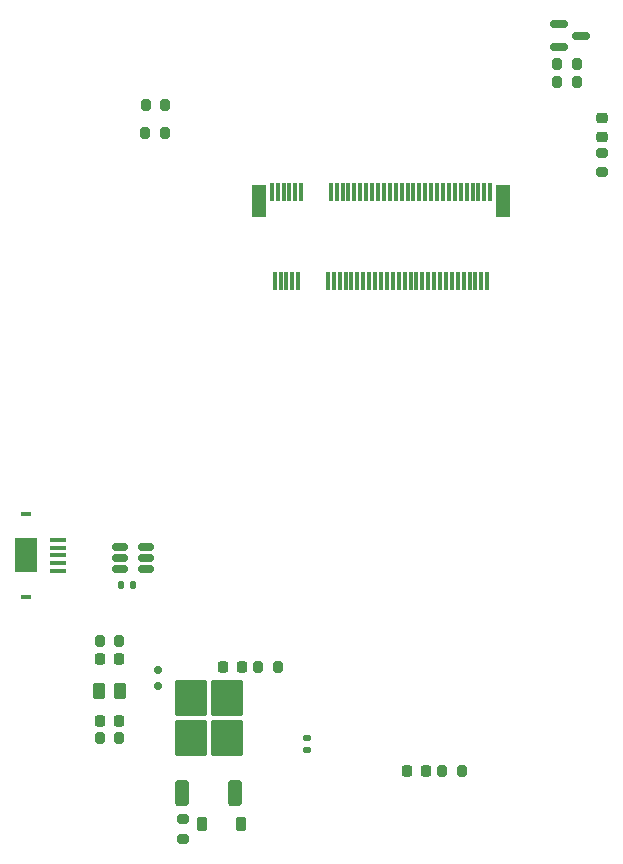
<source format=gtp>
G04 #@! TF.GenerationSoftware,KiCad,Pcbnew,7.0.9+1*
G04 #@! TF.CreationDate,2023-12-16T14:52:44+01:00*
G04 #@! TF.ProjectId,byron,6279726f-6e2e-46b6-9963-61645f706362,rev?*
G04 #@! TF.SameCoordinates,Original*
G04 #@! TF.FileFunction,Paste,Top*
G04 #@! TF.FilePolarity,Positive*
%FSLAX46Y46*%
G04 Gerber Fmt 4.6, Leading zero omitted, Abs format (unit mm)*
G04 Created by KiCad (PCBNEW 7.0.9+1) date 2023-12-16 14:52:44*
%MOMM*%
%LPD*%
G01*
G04 APERTURE LIST*
G04 Aperture macros list*
%AMRoundRect*
0 Rectangle with rounded corners*
0 $1 Rounding radius*
0 $2 $3 $4 $5 $6 $7 $8 $9 X,Y pos of 4 corners*
0 Add a 4 corners polygon primitive as box body*
4,1,4,$2,$3,$4,$5,$6,$7,$8,$9,$2,$3,0*
0 Add four circle primitives for the rounded corners*
1,1,$1+$1,$2,$3*
1,1,$1+$1,$4,$5*
1,1,$1+$1,$6,$7*
1,1,$1+$1,$8,$9*
0 Add four rect primitives between the rounded corners*
20,1,$1+$1,$2,$3,$4,$5,0*
20,1,$1+$1,$4,$5,$6,$7,0*
20,1,$1+$1,$6,$7,$8,$9,0*
20,1,$1+$1,$8,$9,$2,$3,0*%
G04 Aperture macros list end*
%ADD10RoundRect,0.200000X-0.275000X0.200000X-0.275000X-0.200000X0.275000X-0.200000X0.275000X0.200000X0*%
%ADD11RoundRect,0.250000X0.350000X-0.850000X0.350000X0.850000X-0.350000X0.850000X-0.350000X-0.850000X0*%
%ADD12RoundRect,0.250000X1.125000X-1.275000X1.125000X1.275000X-1.125000X1.275000X-1.125000X-1.275000X0*%
%ADD13RoundRect,0.218750X-0.218750X-0.256250X0.218750X-0.256250X0.218750X0.256250X-0.218750X0.256250X0*%
%ADD14RoundRect,0.200000X0.200000X0.275000X-0.200000X0.275000X-0.200000X-0.275000X0.200000X-0.275000X0*%
%ADD15RoundRect,0.135000X0.185000X-0.135000X0.185000X0.135000X-0.185000X0.135000X-0.185000X-0.135000X0*%
%ADD16RoundRect,0.200000X-0.200000X-0.275000X0.200000X-0.275000X0.200000X0.275000X-0.200000X0.275000X0*%
%ADD17RoundRect,0.250000X-0.262500X-0.450000X0.262500X-0.450000X0.262500X0.450000X-0.262500X0.450000X0*%
%ADD18RoundRect,0.140000X0.140000X0.170000X-0.140000X0.170000X-0.140000X-0.170000X0.140000X-0.170000X0*%
%ADD19R,0.300000X1.550000*%
%ADD20R,1.200000X2.750000*%
%ADD21RoundRect,0.150000X-0.200000X0.150000X-0.200000X-0.150000X0.200000X-0.150000X0.200000X0.150000X0*%
%ADD22RoundRect,0.218750X0.218750X0.256250X-0.218750X0.256250X-0.218750X-0.256250X0.218750X-0.256250X0*%
%ADD23RoundRect,0.150000X-0.512500X-0.150000X0.512500X-0.150000X0.512500X0.150000X-0.512500X0.150000X0*%
%ADD24RoundRect,0.200000X0.275000X-0.200000X0.275000X0.200000X-0.275000X0.200000X-0.275000X-0.200000X0*%
%ADD25RoundRect,0.218750X-0.256250X0.218750X-0.256250X-0.218750X0.256250X-0.218750X0.256250X0.218750X0*%
%ADD26RoundRect,0.225000X0.225000X0.375000X-0.225000X0.375000X-0.225000X-0.375000X0.225000X-0.375000X0*%
%ADD27RoundRect,0.150000X-0.587500X-0.150000X0.587500X-0.150000X0.587500X0.150000X-0.587500X0.150000X0*%
%ADD28R,0.850000X0.300000*%
%ADD29R,1.350000X0.400000*%
%ADD30R,1.900000X2.900000*%
G04 APERTURE END LIST*
D10*
X102425000Y-124050000D03*
X102425000Y-125700000D03*
D11*
X102320000Y-121800000D03*
D12*
X103075000Y-117175000D03*
X106125000Y-117175000D03*
X103075000Y-113825000D03*
X106125000Y-113825000D03*
D11*
X106880000Y-121800000D03*
D13*
X95412500Y-115700000D03*
X96987500Y-115700000D03*
D14*
X135775000Y-60150000D03*
X134125000Y-60150000D03*
D15*
X112950000Y-118210000D03*
X112950000Y-117190000D03*
D16*
X95375000Y-117200000D03*
X97025000Y-117200000D03*
D13*
X105862500Y-111200000D03*
X107437500Y-111200000D03*
D17*
X95287500Y-113200000D03*
X97112500Y-113200000D03*
D16*
X99225000Y-65950000D03*
X100875000Y-65950000D03*
D18*
X98180000Y-104200000D03*
X97220000Y-104200000D03*
D19*
X109950000Y-70925000D03*
X110200000Y-78475000D03*
X110450000Y-70925000D03*
X110700000Y-78475000D03*
X110950000Y-70925000D03*
X111200000Y-78475000D03*
X111450000Y-70925000D03*
X111700000Y-78475000D03*
X111950000Y-70925000D03*
X112200000Y-78475000D03*
X112450000Y-70925000D03*
X114700000Y-78475000D03*
X114950000Y-70925000D03*
X115200000Y-78475000D03*
X115450000Y-70925000D03*
X115700000Y-78475000D03*
X115950000Y-70925000D03*
X116200000Y-78475000D03*
X116450000Y-70925000D03*
X116700000Y-78475000D03*
X116950000Y-70925000D03*
X117200000Y-78475000D03*
X117450000Y-70925000D03*
X117700000Y-78475000D03*
X117950000Y-70925000D03*
X118200000Y-78475000D03*
X118450000Y-70925000D03*
X118700000Y-78475000D03*
X118950000Y-70925000D03*
X119200000Y-78475000D03*
X119450000Y-70925000D03*
X119700000Y-78475000D03*
X119950000Y-70925000D03*
X120200000Y-78475000D03*
X120450000Y-70925000D03*
X120700000Y-78475000D03*
X120950000Y-70925000D03*
X121200000Y-78475000D03*
X121450000Y-70925000D03*
X121700000Y-78475000D03*
X121950000Y-70925000D03*
X122200000Y-78475000D03*
X122450000Y-70925000D03*
X122700000Y-78475000D03*
X122950000Y-70925000D03*
X123200000Y-78475000D03*
X123450000Y-70925000D03*
X123700000Y-78475000D03*
X123950000Y-70925000D03*
X124200000Y-78475000D03*
X124450000Y-70925000D03*
X124700000Y-78475000D03*
X124950000Y-70925000D03*
X125200000Y-78475000D03*
X125450000Y-70925000D03*
X125700000Y-78475000D03*
X125950000Y-70925000D03*
X126200000Y-78475000D03*
X126450000Y-70925000D03*
X126700000Y-78475000D03*
X126950000Y-70925000D03*
X127200000Y-78475000D03*
X127450000Y-70925000D03*
X127700000Y-78475000D03*
X127950000Y-70925000D03*
X128200000Y-78475000D03*
X128450000Y-70925000D03*
D20*
X108850000Y-71700000D03*
X129550000Y-71700000D03*
D21*
X100350000Y-112800000D03*
X100350000Y-111400000D03*
D22*
X96987500Y-110450000D03*
X95412500Y-110450000D03*
D16*
X99275000Y-63600000D03*
X100925000Y-63600000D03*
D13*
X121412500Y-119950000D03*
X122987500Y-119950000D03*
D14*
X126025000Y-119950000D03*
X124375000Y-119950000D03*
X110475000Y-111200000D03*
X108825000Y-111200000D03*
D23*
X97062500Y-101000000D03*
X97062500Y-101950000D03*
X97062500Y-102900000D03*
X99337500Y-102900000D03*
X99337500Y-101950000D03*
X99337500Y-101000000D03*
D24*
X137950000Y-69275000D03*
X137950000Y-67625000D03*
D25*
X137950000Y-64700001D03*
X137950000Y-66275001D03*
D16*
X134125000Y-61650000D03*
X135775000Y-61650000D03*
X95375000Y-108950000D03*
X97025000Y-108950000D03*
D26*
X107325000Y-124450000D03*
X104025000Y-124450000D03*
D27*
X134262500Y-56750000D03*
X134262500Y-58650000D03*
X136137500Y-57700000D03*
D28*
X89150000Y-98200000D03*
X89150000Y-105200000D03*
D29*
X91825000Y-103000000D03*
X91825000Y-102350000D03*
X91825000Y-101700000D03*
X91825000Y-101050000D03*
X91825000Y-100400000D03*
D30*
X89150000Y-101700000D03*
M02*

</source>
